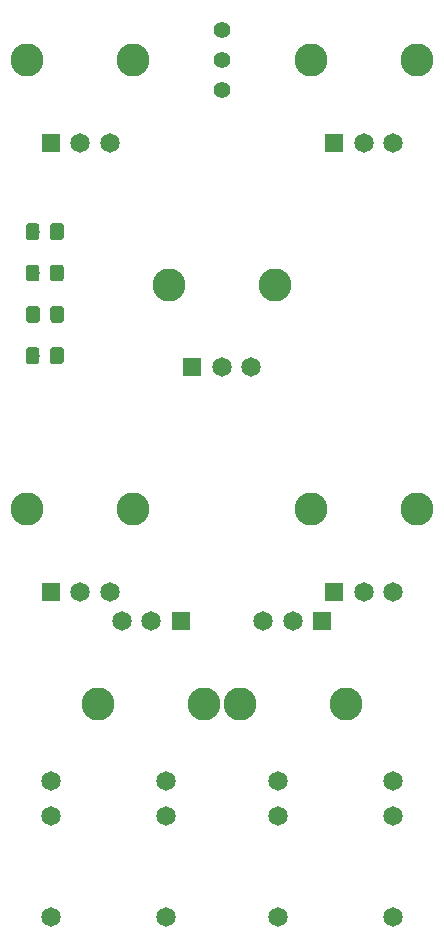
<source format=gtp>
G04 #@! TF.GenerationSoftware,KiCad,Pcbnew,(5.0.2)-1*
G04 #@! TF.CreationDate,2019-04-06T15:29:36+02:00*
G04 #@! TF.ProjectId,Corona_controlBoard,436f726f-6e61-45f6-936f-6e74726f6c42,1*
G04 #@! TF.SameCoordinates,Original*
G04 #@! TF.FileFunction,Paste,Top*
G04 #@! TF.FilePolarity,Positive*
%FSLAX46Y46*%
G04 Gerber Fmt 4.6, Leading zero omitted, Abs format (unit mm)*
G04 Created by KiCad (PCBNEW (5.0.2)-1) date 6-4-2019 15:29:36*
%MOMM*%
%LPD*%
G01*
G04 APERTURE LIST*
%ADD10C,1.648460*%
%ADD11R,1.648460X1.648460*%
%ADD12C,2.794000*%
%ADD13C,1.422400*%
%ADD14C,0.100000*%
%ADD15C,1.150000*%
G04 APERTURE END LIST*
D10*
G04 #@! TO.C,J_IN1*
X4500000Y-95500140D03*
X4500000Y-98502420D03*
X4500000Y-106998720D03*
G04 #@! TD*
G04 #@! TO.C,J_OUT1*
X33500000Y-106998720D03*
X33500000Y-98502420D03*
X33500000Y-95500140D03*
G04 #@! TD*
D11*
G04 #@! TO.C,RV_FB1*
X28500640Y-41497700D03*
D10*
X31000000Y-41497700D03*
X33499360Y-41497700D03*
D12*
X26501660Y-34500000D03*
X35498340Y-34500000D03*
G04 #@! TD*
D13*
G04 #@! TO.C,SW1*
X19000000Y-37040000D03*
X19000000Y-31960000D03*
X19000000Y-34500000D03*
G04 #@! TD*
D12*
G04 #@! TO.C,RV_GAIN1*
X35498340Y-72500000D03*
X26501660Y-72500000D03*
D10*
X33499360Y-79497700D03*
X31000000Y-79497700D03*
D11*
X28500640Y-79497700D03*
G04 #@! TD*
D10*
G04 #@! TO.C,J_IN_DRV1*
X14250000Y-106998720D03*
X14250000Y-98502420D03*
X14250000Y-95500140D03*
G04 #@! TD*
G04 #@! TO.C,J_IN_FB1*
X23750000Y-95500140D03*
X23750000Y-98502420D03*
X23750000Y-106998720D03*
G04 #@! TD*
D11*
G04 #@! TO.C,RV_DRV1*
X16500640Y-60497700D03*
D10*
X19000000Y-60497700D03*
X21499360Y-60497700D03*
D12*
X14501660Y-53500000D03*
X23498340Y-53500000D03*
G04 #@! TD*
G04 #@! TO.C,RV_DRV_CV1*
X8501660Y-89000000D03*
X17498340Y-89000000D03*
D10*
X10500640Y-82002300D03*
X13000000Y-82002300D03*
D11*
X15499360Y-82002300D03*
G04 #@! TD*
D12*
G04 #@! TO.C,RV_FB_CV1*
X20501660Y-89000000D03*
X29498340Y-89000000D03*
D10*
X22500640Y-82002300D03*
X25000000Y-82002300D03*
D11*
X27499360Y-82002300D03*
G04 #@! TD*
D12*
G04 #@! TO.C,RV_IN1*
X11498340Y-72500000D03*
X2501660Y-72500000D03*
D10*
X9499360Y-79497700D03*
X7000000Y-79497700D03*
D11*
X4500640Y-79497700D03*
G04 #@! TD*
G04 #@! TO.C,RV_TONE1*
X4500640Y-41497700D03*
D10*
X7000000Y-41497700D03*
X9499360Y-41497700D03*
D12*
X2501660Y-34500000D03*
X11498340Y-34500000D03*
G04 #@! TD*
D14*
G04 #@! TO.C,R1*
G36*
X3324505Y-48301204D02*
X3348773Y-48304804D01*
X3372572Y-48310765D01*
X3395671Y-48319030D01*
X3417850Y-48329520D01*
X3438893Y-48342132D01*
X3458599Y-48356747D01*
X3476777Y-48373223D01*
X3493253Y-48391401D01*
X3507868Y-48411107D01*
X3520480Y-48432150D01*
X3530970Y-48454329D01*
X3539235Y-48477428D01*
X3545196Y-48501227D01*
X3548796Y-48525495D01*
X3550000Y-48549999D01*
X3550000Y-49450001D01*
X3548796Y-49474505D01*
X3545196Y-49498773D01*
X3539235Y-49522572D01*
X3530970Y-49545671D01*
X3520480Y-49567850D01*
X3507868Y-49588893D01*
X3493253Y-49608599D01*
X3476777Y-49626777D01*
X3458599Y-49643253D01*
X3438893Y-49657868D01*
X3417850Y-49670480D01*
X3395671Y-49680970D01*
X3372572Y-49689235D01*
X3348773Y-49695196D01*
X3324505Y-49698796D01*
X3300001Y-49700000D01*
X2649999Y-49700000D01*
X2625495Y-49698796D01*
X2601227Y-49695196D01*
X2577428Y-49689235D01*
X2554329Y-49680970D01*
X2532150Y-49670480D01*
X2511107Y-49657868D01*
X2491401Y-49643253D01*
X2473223Y-49626777D01*
X2456747Y-49608599D01*
X2442132Y-49588893D01*
X2429520Y-49567850D01*
X2419030Y-49545671D01*
X2410765Y-49522572D01*
X2404804Y-49498773D01*
X2401204Y-49474505D01*
X2400000Y-49450001D01*
X2400000Y-48549999D01*
X2401204Y-48525495D01*
X2404804Y-48501227D01*
X2410765Y-48477428D01*
X2419030Y-48454329D01*
X2429520Y-48432150D01*
X2442132Y-48411107D01*
X2456747Y-48391401D01*
X2473223Y-48373223D01*
X2491401Y-48356747D01*
X2511107Y-48342132D01*
X2532150Y-48329520D01*
X2554329Y-48319030D01*
X2577428Y-48310765D01*
X2601227Y-48304804D01*
X2625495Y-48301204D01*
X2649999Y-48300000D01*
X3300001Y-48300000D01*
X3324505Y-48301204D01*
X3324505Y-48301204D01*
G37*
D15*
X2975000Y-49000000D03*
D14*
G36*
X5374505Y-48301204D02*
X5398773Y-48304804D01*
X5422572Y-48310765D01*
X5445671Y-48319030D01*
X5467850Y-48329520D01*
X5488893Y-48342132D01*
X5508599Y-48356747D01*
X5526777Y-48373223D01*
X5543253Y-48391401D01*
X5557868Y-48411107D01*
X5570480Y-48432150D01*
X5580970Y-48454329D01*
X5589235Y-48477428D01*
X5595196Y-48501227D01*
X5598796Y-48525495D01*
X5600000Y-48549999D01*
X5600000Y-49450001D01*
X5598796Y-49474505D01*
X5595196Y-49498773D01*
X5589235Y-49522572D01*
X5580970Y-49545671D01*
X5570480Y-49567850D01*
X5557868Y-49588893D01*
X5543253Y-49608599D01*
X5526777Y-49626777D01*
X5508599Y-49643253D01*
X5488893Y-49657868D01*
X5467850Y-49670480D01*
X5445671Y-49680970D01*
X5422572Y-49689235D01*
X5398773Y-49695196D01*
X5374505Y-49698796D01*
X5350001Y-49700000D01*
X4699999Y-49700000D01*
X4675495Y-49698796D01*
X4651227Y-49695196D01*
X4627428Y-49689235D01*
X4604329Y-49680970D01*
X4582150Y-49670480D01*
X4561107Y-49657868D01*
X4541401Y-49643253D01*
X4523223Y-49626777D01*
X4506747Y-49608599D01*
X4492132Y-49588893D01*
X4479520Y-49567850D01*
X4469030Y-49545671D01*
X4460765Y-49522572D01*
X4454804Y-49498773D01*
X4451204Y-49474505D01*
X4450000Y-49450001D01*
X4450000Y-48549999D01*
X4451204Y-48525495D01*
X4454804Y-48501227D01*
X4460765Y-48477428D01*
X4469030Y-48454329D01*
X4479520Y-48432150D01*
X4492132Y-48411107D01*
X4506747Y-48391401D01*
X4523223Y-48373223D01*
X4541401Y-48356747D01*
X4561107Y-48342132D01*
X4582150Y-48329520D01*
X4604329Y-48319030D01*
X4627428Y-48310765D01*
X4651227Y-48304804D01*
X4675495Y-48301204D01*
X4699999Y-48300000D01*
X5350001Y-48300000D01*
X5374505Y-48301204D01*
X5374505Y-48301204D01*
G37*
D15*
X5025000Y-49000000D03*
G04 #@! TD*
D14*
G04 #@! TO.C,R2*
G36*
X3324505Y-51801204D02*
X3348773Y-51804804D01*
X3372572Y-51810765D01*
X3395671Y-51819030D01*
X3417850Y-51829520D01*
X3438893Y-51842132D01*
X3458599Y-51856747D01*
X3476777Y-51873223D01*
X3493253Y-51891401D01*
X3507868Y-51911107D01*
X3520480Y-51932150D01*
X3530970Y-51954329D01*
X3539235Y-51977428D01*
X3545196Y-52001227D01*
X3548796Y-52025495D01*
X3550000Y-52049999D01*
X3550000Y-52950001D01*
X3548796Y-52974505D01*
X3545196Y-52998773D01*
X3539235Y-53022572D01*
X3530970Y-53045671D01*
X3520480Y-53067850D01*
X3507868Y-53088893D01*
X3493253Y-53108599D01*
X3476777Y-53126777D01*
X3458599Y-53143253D01*
X3438893Y-53157868D01*
X3417850Y-53170480D01*
X3395671Y-53180970D01*
X3372572Y-53189235D01*
X3348773Y-53195196D01*
X3324505Y-53198796D01*
X3300001Y-53200000D01*
X2649999Y-53200000D01*
X2625495Y-53198796D01*
X2601227Y-53195196D01*
X2577428Y-53189235D01*
X2554329Y-53180970D01*
X2532150Y-53170480D01*
X2511107Y-53157868D01*
X2491401Y-53143253D01*
X2473223Y-53126777D01*
X2456747Y-53108599D01*
X2442132Y-53088893D01*
X2429520Y-53067850D01*
X2419030Y-53045671D01*
X2410765Y-53022572D01*
X2404804Y-52998773D01*
X2401204Y-52974505D01*
X2400000Y-52950001D01*
X2400000Y-52049999D01*
X2401204Y-52025495D01*
X2404804Y-52001227D01*
X2410765Y-51977428D01*
X2419030Y-51954329D01*
X2429520Y-51932150D01*
X2442132Y-51911107D01*
X2456747Y-51891401D01*
X2473223Y-51873223D01*
X2491401Y-51856747D01*
X2511107Y-51842132D01*
X2532150Y-51829520D01*
X2554329Y-51819030D01*
X2577428Y-51810765D01*
X2601227Y-51804804D01*
X2625495Y-51801204D01*
X2649999Y-51800000D01*
X3300001Y-51800000D01*
X3324505Y-51801204D01*
X3324505Y-51801204D01*
G37*
D15*
X2975000Y-52500000D03*
D14*
G36*
X5374505Y-51801204D02*
X5398773Y-51804804D01*
X5422572Y-51810765D01*
X5445671Y-51819030D01*
X5467850Y-51829520D01*
X5488893Y-51842132D01*
X5508599Y-51856747D01*
X5526777Y-51873223D01*
X5543253Y-51891401D01*
X5557868Y-51911107D01*
X5570480Y-51932150D01*
X5580970Y-51954329D01*
X5589235Y-51977428D01*
X5595196Y-52001227D01*
X5598796Y-52025495D01*
X5600000Y-52049999D01*
X5600000Y-52950001D01*
X5598796Y-52974505D01*
X5595196Y-52998773D01*
X5589235Y-53022572D01*
X5580970Y-53045671D01*
X5570480Y-53067850D01*
X5557868Y-53088893D01*
X5543253Y-53108599D01*
X5526777Y-53126777D01*
X5508599Y-53143253D01*
X5488893Y-53157868D01*
X5467850Y-53170480D01*
X5445671Y-53180970D01*
X5422572Y-53189235D01*
X5398773Y-53195196D01*
X5374505Y-53198796D01*
X5350001Y-53200000D01*
X4699999Y-53200000D01*
X4675495Y-53198796D01*
X4651227Y-53195196D01*
X4627428Y-53189235D01*
X4604329Y-53180970D01*
X4582150Y-53170480D01*
X4561107Y-53157868D01*
X4541401Y-53143253D01*
X4523223Y-53126777D01*
X4506747Y-53108599D01*
X4492132Y-53088893D01*
X4479520Y-53067850D01*
X4469030Y-53045671D01*
X4460765Y-53022572D01*
X4454804Y-52998773D01*
X4451204Y-52974505D01*
X4450000Y-52950001D01*
X4450000Y-52049999D01*
X4451204Y-52025495D01*
X4454804Y-52001227D01*
X4460765Y-51977428D01*
X4469030Y-51954329D01*
X4479520Y-51932150D01*
X4492132Y-51911107D01*
X4506747Y-51891401D01*
X4523223Y-51873223D01*
X4541401Y-51856747D01*
X4561107Y-51842132D01*
X4582150Y-51829520D01*
X4604329Y-51819030D01*
X4627428Y-51810765D01*
X4651227Y-51804804D01*
X4675495Y-51801204D01*
X4699999Y-51800000D01*
X5350001Y-51800000D01*
X5374505Y-51801204D01*
X5374505Y-51801204D01*
G37*
D15*
X5025000Y-52500000D03*
G04 #@! TD*
D14*
G04 #@! TO.C,R4*
G36*
X3349505Y-55301204D02*
X3373773Y-55304804D01*
X3397572Y-55310765D01*
X3420671Y-55319030D01*
X3442850Y-55329520D01*
X3463893Y-55342132D01*
X3483599Y-55356747D01*
X3501777Y-55373223D01*
X3518253Y-55391401D01*
X3532868Y-55411107D01*
X3545480Y-55432150D01*
X3555970Y-55454329D01*
X3564235Y-55477428D01*
X3570196Y-55501227D01*
X3573796Y-55525495D01*
X3575000Y-55549999D01*
X3575000Y-56450001D01*
X3573796Y-56474505D01*
X3570196Y-56498773D01*
X3564235Y-56522572D01*
X3555970Y-56545671D01*
X3545480Y-56567850D01*
X3532868Y-56588893D01*
X3518253Y-56608599D01*
X3501777Y-56626777D01*
X3483599Y-56643253D01*
X3463893Y-56657868D01*
X3442850Y-56670480D01*
X3420671Y-56680970D01*
X3397572Y-56689235D01*
X3373773Y-56695196D01*
X3349505Y-56698796D01*
X3325001Y-56700000D01*
X2674999Y-56700000D01*
X2650495Y-56698796D01*
X2626227Y-56695196D01*
X2602428Y-56689235D01*
X2579329Y-56680970D01*
X2557150Y-56670480D01*
X2536107Y-56657868D01*
X2516401Y-56643253D01*
X2498223Y-56626777D01*
X2481747Y-56608599D01*
X2467132Y-56588893D01*
X2454520Y-56567850D01*
X2444030Y-56545671D01*
X2435765Y-56522572D01*
X2429804Y-56498773D01*
X2426204Y-56474505D01*
X2425000Y-56450001D01*
X2425000Y-55549999D01*
X2426204Y-55525495D01*
X2429804Y-55501227D01*
X2435765Y-55477428D01*
X2444030Y-55454329D01*
X2454520Y-55432150D01*
X2467132Y-55411107D01*
X2481747Y-55391401D01*
X2498223Y-55373223D01*
X2516401Y-55356747D01*
X2536107Y-55342132D01*
X2557150Y-55329520D01*
X2579329Y-55319030D01*
X2602428Y-55310765D01*
X2626227Y-55304804D01*
X2650495Y-55301204D01*
X2674999Y-55300000D01*
X3325001Y-55300000D01*
X3349505Y-55301204D01*
X3349505Y-55301204D01*
G37*
D15*
X3000000Y-56000000D03*
D14*
G36*
X5399505Y-55301204D02*
X5423773Y-55304804D01*
X5447572Y-55310765D01*
X5470671Y-55319030D01*
X5492850Y-55329520D01*
X5513893Y-55342132D01*
X5533599Y-55356747D01*
X5551777Y-55373223D01*
X5568253Y-55391401D01*
X5582868Y-55411107D01*
X5595480Y-55432150D01*
X5605970Y-55454329D01*
X5614235Y-55477428D01*
X5620196Y-55501227D01*
X5623796Y-55525495D01*
X5625000Y-55549999D01*
X5625000Y-56450001D01*
X5623796Y-56474505D01*
X5620196Y-56498773D01*
X5614235Y-56522572D01*
X5605970Y-56545671D01*
X5595480Y-56567850D01*
X5582868Y-56588893D01*
X5568253Y-56608599D01*
X5551777Y-56626777D01*
X5533599Y-56643253D01*
X5513893Y-56657868D01*
X5492850Y-56670480D01*
X5470671Y-56680970D01*
X5447572Y-56689235D01*
X5423773Y-56695196D01*
X5399505Y-56698796D01*
X5375001Y-56700000D01*
X4724999Y-56700000D01*
X4700495Y-56698796D01*
X4676227Y-56695196D01*
X4652428Y-56689235D01*
X4629329Y-56680970D01*
X4607150Y-56670480D01*
X4586107Y-56657868D01*
X4566401Y-56643253D01*
X4548223Y-56626777D01*
X4531747Y-56608599D01*
X4517132Y-56588893D01*
X4504520Y-56567850D01*
X4494030Y-56545671D01*
X4485765Y-56522572D01*
X4479804Y-56498773D01*
X4476204Y-56474505D01*
X4475000Y-56450001D01*
X4475000Y-55549999D01*
X4476204Y-55525495D01*
X4479804Y-55501227D01*
X4485765Y-55477428D01*
X4494030Y-55454329D01*
X4504520Y-55432150D01*
X4517132Y-55411107D01*
X4531747Y-55391401D01*
X4548223Y-55373223D01*
X4566401Y-55356747D01*
X4586107Y-55342132D01*
X4607150Y-55329520D01*
X4629329Y-55319030D01*
X4652428Y-55310765D01*
X4676227Y-55304804D01*
X4700495Y-55301204D01*
X4724999Y-55300000D01*
X5375001Y-55300000D01*
X5399505Y-55301204D01*
X5399505Y-55301204D01*
G37*
D15*
X5050000Y-56000000D03*
G04 #@! TD*
D14*
G04 #@! TO.C,R5*
G36*
X5374505Y-58801204D02*
X5398773Y-58804804D01*
X5422572Y-58810765D01*
X5445671Y-58819030D01*
X5467850Y-58829520D01*
X5488893Y-58842132D01*
X5508599Y-58856747D01*
X5526777Y-58873223D01*
X5543253Y-58891401D01*
X5557868Y-58911107D01*
X5570480Y-58932150D01*
X5580970Y-58954329D01*
X5589235Y-58977428D01*
X5595196Y-59001227D01*
X5598796Y-59025495D01*
X5600000Y-59049999D01*
X5600000Y-59950001D01*
X5598796Y-59974505D01*
X5595196Y-59998773D01*
X5589235Y-60022572D01*
X5580970Y-60045671D01*
X5570480Y-60067850D01*
X5557868Y-60088893D01*
X5543253Y-60108599D01*
X5526777Y-60126777D01*
X5508599Y-60143253D01*
X5488893Y-60157868D01*
X5467850Y-60170480D01*
X5445671Y-60180970D01*
X5422572Y-60189235D01*
X5398773Y-60195196D01*
X5374505Y-60198796D01*
X5350001Y-60200000D01*
X4699999Y-60200000D01*
X4675495Y-60198796D01*
X4651227Y-60195196D01*
X4627428Y-60189235D01*
X4604329Y-60180970D01*
X4582150Y-60170480D01*
X4561107Y-60157868D01*
X4541401Y-60143253D01*
X4523223Y-60126777D01*
X4506747Y-60108599D01*
X4492132Y-60088893D01*
X4479520Y-60067850D01*
X4469030Y-60045671D01*
X4460765Y-60022572D01*
X4454804Y-59998773D01*
X4451204Y-59974505D01*
X4450000Y-59950001D01*
X4450000Y-59049999D01*
X4451204Y-59025495D01*
X4454804Y-59001227D01*
X4460765Y-58977428D01*
X4469030Y-58954329D01*
X4479520Y-58932150D01*
X4492132Y-58911107D01*
X4506747Y-58891401D01*
X4523223Y-58873223D01*
X4541401Y-58856747D01*
X4561107Y-58842132D01*
X4582150Y-58829520D01*
X4604329Y-58819030D01*
X4627428Y-58810765D01*
X4651227Y-58804804D01*
X4675495Y-58801204D01*
X4699999Y-58800000D01*
X5350001Y-58800000D01*
X5374505Y-58801204D01*
X5374505Y-58801204D01*
G37*
D15*
X5025000Y-59500000D03*
D14*
G36*
X3324505Y-58801204D02*
X3348773Y-58804804D01*
X3372572Y-58810765D01*
X3395671Y-58819030D01*
X3417850Y-58829520D01*
X3438893Y-58842132D01*
X3458599Y-58856747D01*
X3476777Y-58873223D01*
X3493253Y-58891401D01*
X3507868Y-58911107D01*
X3520480Y-58932150D01*
X3530970Y-58954329D01*
X3539235Y-58977428D01*
X3545196Y-59001227D01*
X3548796Y-59025495D01*
X3550000Y-59049999D01*
X3550000Y-59950001D01*
X3548796Y-59974505D01*
X3545196Y-59998773D01*
X3539235Y-60022572D01*
X3530970Y-60045671D01*
X3520480Y-60067850D01*
X3507868Y-60088893D01*
X3493253Y-60108599D01*
X3476777Y-60126777D01*
X3458599Y-60143253D01*
X3438893Y-60157868D01*
X3417850Y-60170480D01*
X3395671Y-60180970D01*
X3372572Y-60189235D01*
X3348773Y-60195196D01*
X3324505Y-60198796D01*
X3300001Y-60200000D01*
X2649999Y-60200000D01*
X2625495Y-60198796D01*
X2601227Y-60195196D01*
X2577428Y-60189235D01*
X2554329Y-60180970D01*
X2532150Y-60170480D01*
X2511107Y-60157868D01*
X2491401Y-60143253D01*
X2473223Y-60126777D01*
X2456747Y-60108599D01*
X2442132Y-60088893D01*
X2429520Y-60067850D01*
X2419030Y-60045671D01*
X2410765Y-60022572D01*
X2404804Y-59998773D01*
X2401204Y-59974505D01*
X2400000Y-59950001D01*
X2400000Y-59049999D01*
X2401204Y-59025495D01*
X2404804Y-59001227D01*
X2410765Y-58977428D01*
X2419030Y-58954329D01*
X2429520Y-58932150D01*
X2442132Y-58911107D01*
X2456747Y-58891401D01*
X2473223Y-58873223D01*
X2491401Y-58856747D01*
X2511107Y-58842132D01*
X2532150Y-58829520D01*
X2554329Y-58819030D01*
X2577428Y-58810765D01*
X2601227Y-58804804D01*
X2625495Y-58801204D01*
X2649999Y-58800000D01*
X3300001Y-58800000D01*
X3324505Y-58801204D01*
X3324505Y-58801204D01*
G37*
D15*
X2975000Y-59500000D03*
G04 #@! TD*
M02*

</source>
